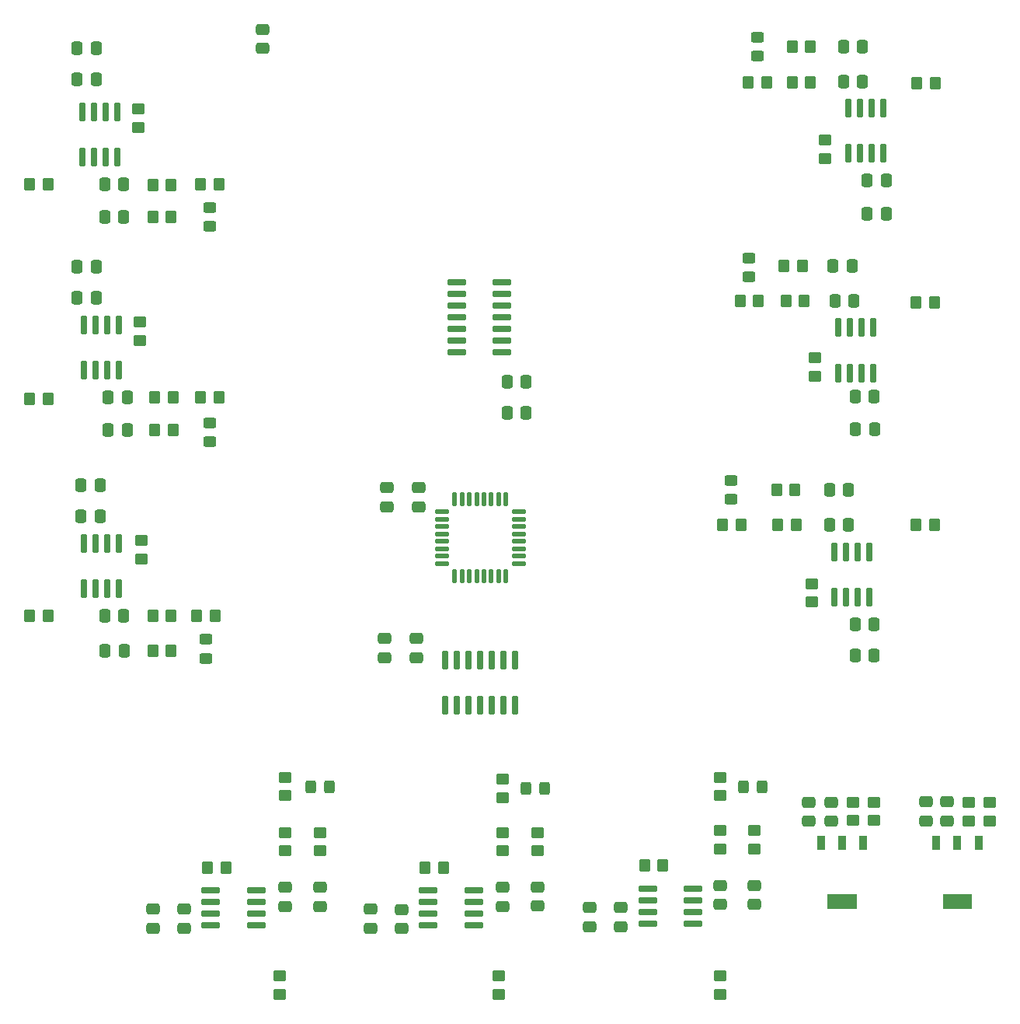
<source format=gbr>
%TF.GenerationSoftware,KiCad,Pcbnew,(6.0.11-0)*%
%TF.CreationDate,2023-11-20T02:45:57-06:00*%
%TF.ProjectId,ECE395_Digital_Target,45434533-3935-45f4-9469-676974616c5f,rev?*%
%TF.SameCoordinates,Original*%
%TF.FileFunction,Paste,Top*%
%TF.FilePolarity,Positive*%
%FSLAX46Y46*%
G04 Gerber Fmt 4.6, Leading zero omitted, Abs format (unit mm)*
G04 Created by KiCad (PCBNEW (6.0.11-0)) date 2023-11-20 02:45:57*
%MOMM*%
%LPD*%
G01*
G04 APERTURE LIST*
G04 Aperture macros list*
%AMRoundRect*
0 Rectangle with rounded corners*
0 $1 Rounding radius*
0 $2 $3 $4 $5 $6 $7 $8 $9 X,Y pos of 4 corners*
0 Add a 4 corners polygon primitive as box body*
4,1,4,$2,$3,$4,$5,$6,$7,$8,$9,$2,$3,0*
0 Add four circle primitives for the rounded corners*
1,1,$1+$1,$2,$3*
1,1,$1+$1,$4,$5*
1,1,$1+$1,$6,$7*
1,1,$1+$1,$8,$9*
0 Add four rect primitives between the rounded corners*
20,1,$1+$1,$2,$3,$4,$5,0*
20,1,$1+$1,$4,$5,$6,$7,0*
20,1,$1+$1,$6,$7,$8,$9,0*
20,1,$1+$1,$8,$9,$2,$3,0*%
G04 Aperture macros list end*
%ADD10RoundRect,0.250000X0.337500X0.475000X-0.337500X0.475000X-0.337500X-0.475000X0.337500X-0.475000X0*%
%ADD11RoundRect,0.250000X0.475000X-0.337500X0.475000X0.337500X-0.475000X0.337500X-0.475000X-0.337500X0*%
%ADD12RoundRect,0.250000X-0.450000X0.325000X-0.450000X-0.325000X0.450000X-0.325000X0.450000X0.325000X0*%
%ADD13RoundRect,0.250000X-0.337500X-0.475000X0.337500X-0.475000X0.337500X0.475000X-0.337500X0.475000X0*%
%ADD14RoundRect,0.042000X0.943000X0.258000X-0.943000X0.258000X-0.943000X-0.258000X0.943000X-0.258000X0*%
%ADD15RoundRect,0.042000X-0.258000X0.943000X-0.258000X-0.943000X0.258000X-0.943000X0.258000X0.943000X0*%
%ADD16RoundRect,0.250000X-0.350000X-0.450000X0.350000X-0.450000X0.350000X0.450000X-0.350000X0.450000X0*%
%ADD17RoundRect,0.090000X-0.895000X-0.210000X0.895000X-0.210000X0.895000X0.210000X-0.895000X0.210000X0*%
%ADD18RoundRect,0.250000X0.450000X-0.350000X0.450000X0.350000X-0.450000X0.350000X-0.450000X-0.350000X0*%
%ADD19RoundRect,0.250000X0.350000X0.450000X-0.350000X0.450000X-0.350000X-0.450000X0.350000X-0.450000X0*%
%ADD20RoundRect,0.250000X-0.450000X0.350000X-0.450000X-0.350000X0.450000X-0.350000X0.450000X0.350000X0*%
%ADD21R,0.914400X1.600200*%
%ADD22RoundRect,0.090000X0.210000X-0.895000X0.210000X0.895000X-0.210000X0.895000X-0.210000X-0.895000X0*%
%ADD23RoundRect,0.250000X0.325000X0.450000X-0.325000X0.450000X-0.325000X-0.450000X0.325000X-0.450000X0*%
%ADD24RoundRect,0.125000X0.625000X0.125000X-0.625000X0.125000X-0.625000X-0.125000X0.625000X-0.125000X0*%
%ADD25RoundRect,0.125000X0.125000X0.625000X-0.125000X0.625000X-0.125000X-0.625000X0.125000X-0.625000X0*%
%ADD26RoundRect,0.250000X-0.475000X0.337500X-0.475000X-0.337500X0.475000X-0.337500X0.475000X0.337500X0*%
%ADD27RoundRect,0.250000X0.450000X-0.325000X0.450000X0.325000X-0.450000X0.325000X-0.450000X-0.325000X0*%
%ADD28RoundRect,0.042000X0.258000X-0.943000X0.258000X0.943000X-0.258000X0.943000X-0.258000X-0.943000X0*%
G04 APERTURE END LIST*
%TO.C,CR2*%
G36*
X162000200Y-131200500D02*
G01*
X158799800Y-131200500D01*
X158799800Y-129600300D01*
X162000200Y-129600300D01*
X162000200Y-131200500D01*
G37*
%TO.C,CR1*%
G36*
X149428700Y-131187800D02*
G01*
X146228300Y-131187800D01*
X146228300Y-129587600D01*
X149428700Y-129587600D01*
X149428700Y-131187800D01*
G37*
%TD*%
D10*
%TO.C,C206*%
X151337500Y-103600000D03*
X149262500Y-103600000D03*
%TD*%
D11*
%TO.C,10uF4*%
X159250000Y-121637500D03*
X159250000Y-119562500D03*
%TD*%
D12*
%TO.C,D6*%
X135700000Y-84575000D03*
X135700000Y-86625000D03*
%TD*%
D13*
%TO.C,C234*%
X147962500Y-41100000D03*
X150037500Y-41100000D03*
%TD*%
D10*
%TO.C,C232*%
X69937500Y-75500000D03*
X67862500Y-75500000D03*
%TD*%
D14*
%TO.C,OP9*%
X131570000Y-132805000D03*
X131570000Y-131535000D03*
X131570000Y-130265000D03*
X131570000Y-128995000D03*
X126630000Y-128995000D03*
X126630000Y-130265000D03*
X126630000Y-131535000D03*
X126630000Y-132805000D03*
%TD*%
D15*
%TO.C,OP4*%
X152305000Y-44030000D03*
X151035000Y-44030000D03*
X149765000Y-44030000D03*
X148495000Y-44030000D03*
X148495000Y-48970000D03*
X149765000Y-48970000D03*
X151035000Y-48970000D03*
X152305000Y-48970000D03*
%TD*%
%TO.C,OP6*%
X150805000Y-92330000D03*
X149535000Y-92330000D03*
X148265000Y-92330000D03*
X146995000Y-92330000D03*
X146995000Y-97270000D03*
X148265000Y-97270000D03*
X149535000Y-97270000D03*
X150805000Y-97270000D03*
%TD*%
D13*
%TO.C,C212*%
X64462500Y-64700000D03*
X66537500Y-64700000D03*
%TD*%
D11*
%TO.C,10uF1*%
X144200000Y-121687500D03*
X144200000Y-119612500D03*
%TD*%
D13*
%TO.C,C235*%
X147062500Y-65000000D03*
X149137500Y-65000000D03*
%TD*%
D16*
%TO.C,R4*%
X137600000Y-41200000D03*
X139600000Y-41200000D03*
%TD*%
D11*
%TO.C,C218*%
X99800000Y-133375000D03*
X99800000Y-131300000D03*
%TD*%
D17*
%TO.C,NOT1*%
X105825000Y-62990000D03*
X105825000Y-64260000D03*
X105825000Y-65530000D03*
X105825000Y-66800000D03*
X105825000Y-68070000D03*
X105825000Y-69340000D03*
X105825000Y-70610000D03*
X110775000Y-70610000D03*
X110775000Y-69340000D03*
X110775000Y-68070000D03*
X110775000Y-66800000D03*
X110775000Y-65530000D03*
X110775000Y-64260000D03*
X110775000Y-62990000D03*
%TD*%
D10*
%TO.C,C205*%
X151375000Y-79000000D03*
X149300000Y-79000000D03*
%TD*%
D18*
%TO.C,R22*%
X71300000Y-69300000D03*
X71300000Y-67300000D03*
%TD*%
D19*
%TO.C,R35*%
X157900000Y-65200000D03*
X155900000Y-65200000D03*
%TD*%
%TO.C,R29*%
X128300000Y-126500000D03*
X126300000Y-126500000D03*
%TD*%
D16*
%TO.C,R11*%
X72700000Y-52380000D03*
X74700000Y-52380000D03*
%TD*%
D10*
%TO.C,C215*%
X151337500Y-75400000D03*
X149262500Y-75400000D03*
%TD*%
%TO.C,C204*%
X152637500Y-55500000D03*
X150562500Y-55500000D03*
%TD*%
D16*
%TO.C,R33*%
X59300000Y-99300000D03*
X61300000Y-99300000D03*
%TD*%
D11*
%TO.C,C241*%
X98000000Y-103837500D03*
X98000000Y-101762500D03*
%TD*%
D18*
%TO.C,R21*%
X71100000Y-46100000D03*
X71100000Y-44100000D03*
%TD*%
D20*
%TO.C,R24*%
X146000000Y-47500000D03*
X146000000Y-49500000D03*
%TD*%
D16*
%TO.C,R5*%
X136700000Y-65000000D03*
X138700000Y-65000000D03*
%TD*%
D20*
%TO.C,R25*%
X144900000Y-71200000D03*
X144900000Y-73200000D03*
%TD*%
D13*
%TO.C,C203*%
X64862500Y-85100000D03*
X66937500Y-85100000D03*
%TD*%
D16*
%TO.C,R13*%
X72700000Y-99300000D03*
X74700000Y-99300000D03*
%TD*%
D14*
%TO.C,OP8*%
X107670000Y-133005000D03*
X107670000Y-131735000D03*
X107670000Y-130465000D03*
X107670000Y-129195000D03*
X102730000Y-129195000D03*
X102730000Y-130465000D03*
X102730000Y-131735000D03*
X102730000Y-133005000D03*
%TD*%
D21*
%TO.C,CR2*%
X162700000Y-123999600D03*
X160400000Y-123999600D03*
X158100000Y-123999600D03*
%TD*%
D13*
%TO.C,C225*%
X146825000Y-61200000D03*
X148900000Y-61200000D03*
%TD*%
D10*
%TO.C,C214*%
X152637500Y-51900000D03*
X150562500Y-51900000D03*
%TD*%
%TO.C,C233*%
X69537500Y-99300000D03*
X67462500Y-99300000D03*
%TD*%
D20*
%TO.C,R101*%
X161600000Y-119650000D03*
X161600000Y-121650000D03*
%TD*%
D11*
%TO.C,C217*%
X76100000Y-133337500D03*
X76100000Y-131262500D03*
%TD*%
%TO.C,C208*%
X96400000Y-133337500D03*
X96400000Y-131262500D03*
%TD*%
D13*
%TO.C,C211*%
X64462500Y-40900000D03*
X66537500Y-40900000D03*
%TD*%
D18*
%TO.C,R9*%
X134500000Y-118900000D03*
X134500000Y-116900000D03*
%TD*%
D13*
%TO.C,C224*%
X147962500Y-37300000D03*
X150037500Y-37300000D03*
%TD*%
D18*
%TO.C,R49*%
X138300000Y-124700000D03*
X138300000Y-122700000D03*
%TD*%
D13*
%TO.C,C202*%
X64462500Y-61300000D03*
X66537500Y-61300000D03*
%TD*%
D21*
%TO.C,CR1*%
X150128500Y-123986900D03*
X147828500Y-123986900D03*
X145528500Y-123986900D03*
%TD*%
D13*
%TO.C,C236*%
X146462500Y-89400000D03*
X148537500Y-89400000D03*
%TD*%
D11*
%TO.C,C207*%
X72700000Y-133337500D03*
X72700000Y-131262500D03*
%TD*%
D16*
%TO.C,R42*%
X72900000Y-79100000D03*
X74900000Y-79100000D03*
%TD*%
D18*
%TO.C,R18*%
X110800000Y-124900000D03*
X110800000Y-122900000D03*
%TD*%
D11*
%TO.C,C300*%
X84700000Y-37537500D03*
X84700000Y-35462500D03*
%TD*%
D19*
%TO.C,R27*%
X80700000Y-126700000D03*
X78700000Y-126700000D03*
%TD*%
D12*
%TO.C,D5*%
X137700000Y-60375000D03*
X137700000Y-62425000D03*
%TD*%
D10*
%TO.C,C223*%
X69575000Y-103100000D03*
X67500000Y-103100000D03*
%TD*%
D22*
%TO.C,NOT2*%
X104590000Y-109075000D03*
X105860000Y-109075000D03*
X107130000Y-109075000D03*
X108400000Y-109075000D03*
X109670000Y-109075000D03*
X110940000Y-109075000D03*
X112210000Y-109075000D03*
X112210000Y-104125000D03*
X110940000Y-104125000D03*
X109670000Y-104125000D03*
X108400000Y-104125000D03*
X107130000Y-104125000D03*
X105860000Y-104125000D03*
X104590000Y-104125000D03*
%TD*%
D10*
%TO.C,C216*%
X151337500Y-100200000D03*
X149262500Y-100200000D03*
%TD*%
D16*
%TO.C,R6*%
X134800000Y-89400000D03*
X136800000Y-89400000D03*
%TD*%
D13*
%TO.C,C213*%
X64862500Y-88500000D03*
X66937500Y-88500000D03*
%TD*%
%TO.C,C226*%
X146462500Y-85600000D03*
X148537500Y-85600000D03*
%TD*%
D10*
%TO.C,C221*%
X69537500Y-55900000D03*
X67462500Y-55900000D03*
%TD*%
D19*
%TO.C,R46*%
X142700000Y-85600000D03*
X140700000Y-85600000D03*
%TD*%
D18*
%TO.C,R7*%
X87100000Y-118900000D03*
X87100000Y-116900000D03*
%TD*%
D12*
%TO.C,D4*%
X138600000Y-36275000D03*
X138600000Y-38325000D03*
%TD*%
D14*
%TO.C,OP7*%
X83970000Y-133005000D03*
X83970000Y-131735000D03*
X83970000Y-130465000D03*
X83970000Y-129195000D03*
X79030000Y-129195000D03*
X79030000Y-130465000D03*
X79030000Y-131735000D03*
X79030000Y-133005000D03*
%TD*%
D16*
%TO.C,R43*%
X72700000Y-103100000D03*
X74700000Y-103100000D03*
%TD*%
%TO.C,R14*%
X142400000Y-41200000D03*
X144400000Y-41200000D03*
%TD*%
D23*
%TO.C,D7*%
X91950000Y-117900000D03*
X89900000Y-117900000D03*
%TD*%
D16*
%TO.C,R31*%
X59300000Y-52300000D03*
X61300000Y-52300000D03*
%TD*%
D18*
%TO.C,R48*%
X114600000Y-124900000D03*
X114600000Y-122900000D03*
%TD*%
D24*
%TO.C,U1*%
X112575000Y-93600000D03*
X112575000Y-92800000D03*
X112575000Y-92000000D03*
X112575000Y-91200000D03*
X112575000Y-90400000D03*
X112575000Y-89600000D03*
X112575000Y-88800000D03*
X112575000Y-88000000D03*
D25*
X111200000Y-86625000D03*
X110400000Y-86625000D03*
X109600000Y-86625000D03*
X108800000Y-86625000D03*
X108000000Y-86625000D03*
X107200000Y-86625000D03*
X106400000Y-86625000D03*
X105600000Y-86625000D03*
D24*
X104225000Y-88000000D03*
X104225000Y-88800000D03*
X104225000Y-89600000D03*
X104225000Y-90400000D03*
X104225000Y-91200000D03*
X104225000Y-92000000D03*
X104225000Y-92800000D03*
X104225000Y-93600000D03*
D25*
X105600000Y-94975000D03*
X106400000Y-94975000D03*
X107200000Y-94975000D03*
X108000000Y-94975000D03*
X108800000Y-94975000D03*
X109600000Y-94975000D03*
X110400000Y-94975000D03*
X111200000Y-94975000D03*
%TD*%
D26*
%TO.C,C229*%
X138300000Y-128662500D03*
X138300000Y-130737500D03*
%TD*%
D13*
%TO.C,C250*%
X111325000Y-77200000D03*
X113400000Y-77200000D03*
%TD*%
D11*
%TO.C,C219*%
X123700000Y-133137500D03*
X123700000Y-131062500D03*
%TD*%
D18*
%TO.C,R39*%
X134500000Y-140500000D03*
X134500000Y-138500000D03*
%TD*%
D16*
%TO.C,R16*%
X140800000Y-89400000D03*
X142800000Y-89400000D03*
%TD*%
D13*
%TO.C,C201*%
X64462500Y-37500000D03*
X66537500Y-37500000D03*
%TD*%
D26*
%TO.C,C242*%
X98200000Y-85362500D03*
X98200000Y-87437500D03*
%TD*%
%TO.C,C237*%
X87100000Y-128862500D03*
X87100000Y-130937500D03*
%TD*%
D23*
%TO.C,D9*%
X139125000Y-117900000D03*
X137075000Y-117900000D03*
%TD*%
D16*
%TO.C,R12*%
X72900000Y-75500000D03*
X74900000Y-75500000D03*
%TD*%
%TO.C,R2*%
X77900000Y-75500000D03*
X79900000Y-75500000D03*
%TD*%
D11*
%TO.C,10uF2*%
X156950000Y-121637500D03*
X156950000Y-119562500D03*
%TD*%
D18*
%TO.C,R23*%
X71500000Y-93100000D03*
X71500000Y-91100000D03*
%TD*%
D16*
%TO.C,R1*%
X77900000Y-52300000D03*
X79900000Y-52300000D03*
%TD*%
D18*
%TO.C,R17*%
X87100000Y-124900000D03*
X87100000Y-122900000D03*
%TD*%
D16*
%TO.C,R41*%
X72700000Y-55900000D03*
X74700000Y-55900000D03*
%TD*%
D27*
%TO.C,D2*%
X78900000Y-80325000D03*
X78900000Y-78275000D03*
%TD*%
D26*
%TO.C,C238*%
X110800000Y-128862500D03*
X110800000Y-130937500D03*
%TD*%
D11*
%TO.C,C251*%
X101400000Y-103837500D03*
X101400000Y-101762500D03*
%TD*%
D16*
%TO.C,R3*%
X77500000Y-99300000D03*
X79500000Y-99300000D03*
%TD*%
D10*
%TO.C,C222*%
X69937500Y-79100000D03*
X67862500Y-79100000D03*
%TD*%
D11*
%TO.C,10uF3*%
X146650000Y-121687500D03*
X146650000Y-119612500D03*
%TD*%
D18*
%TO.C,R47*%
X90900000Y-124900000D03*
X90900000Y-122900000D03*
%TD*%
D19*
%TO.C,R44*%
X144400000Y-37300000D03*
X142400000Y-37300000D03*
%TD*%
D28*
%TO.C,OP2*%
X65195000Y-72570000D03*
X66465000Y-72570000D03*
X67735000Y-72570000D03*
X69005000Y-72570000D03*
X69005000Y-67630000D03*
X67735000Y-67630000D03*
X66465000Y-67630000D03*
X65195000Y-67630000D03*
%TD*%
D16*
%TO.C,R32*%
X59300000Y-75700000D03*
X61300000Y-75700000D03*
%TD*%
D26*
%TO.C,C239*%
X134500000Y-128662500D03*
X134500000Y-130737500D03*
%TD*%
D18*
%TO.C,R37*%
X86500000Y-140500000D03*
X86500000Y-138500000D03*
%TD*%
D11*
%TO.C,C209*%
X120300000Y-133137500D03*
X120300000Y-131062500D03*
%TD*%
D26*
%TO.C,C228*%
X114600000Y-128825000D03*
X114600000Y-130900000D03*
%TD*%
D18*
%TO.C,R19*%
X134500000Y-124700000D03*
X134500000Y-122700000D03*
%TD*%
D26*
%TO.C,C252*%
X101725000Y-85362500D03*
X101725000Y-87437500D03*
%TD*%
%TO.C,C227*%
X90900000Y-128862500D03*
X90900000Y-130937500D03*
%TD*%
D18*
%TO.C,R8*%
X110800000Y-119100000D03*
X110800000Y-117100000D03*
%TD*%
D16*
%TO.C,R15*%
X141700000Y-65000000D03*
X143700000Y-65000000D03*
%TD*%
D23*
%TO.C,D8*%
X115425000Y-118100000D03*
X113375000Y-118100000D03*
%TD*%
D20*
%TO.C,R100*%
X149000000Y-119600000D03*
X149000000Y-121600000D03*
%TD*%
D27*
%TO.C,D3*%
X78500000Y-103925000D03*
X78500000Y-101875000D03*
%TD*%
D28*
%TO.C,OP1*%
X64995000Y-49370000D03*
X66265000Y-49370000D03*
X67535000Y-49370000D03*
X68805000Y-49370000D03*
X68805000Y-44430000D03*
X67535000Y-44430000D03*
X66265000Y-44430000D03*
X64995000Y-44430000D03*
%TD*%
D19*
%TO.C,R36*%
X157900000Y-89400000D03*
X155900000Y-89400000D03*
%TD*%
D10*
%TO.C,C231*%
X69537500Y-52300000D03*
X67462500Y-52300000D03*
%TD*%
D19*
%TO.C,R28*%
X104400000Y-126700000D03*
X102400000Y-126700000D03*
%TD*%
D20*
%TO.C,R26*%
X144500000Y-95800000D03*
X144500000Y-97800000D03*
%TD*%
D13*
%TO.C,C240*%
X111325000Y-73800000D03*
X113400000Y-73800000D03*
%TD*%
D15*
%TO.C,OP5*%
X151205000Y-67930000D03*
X149935000Y-67930000D03*
X148665000Y-67930000D03*
X147395000Y-67930000D03*
X147395000Y-72870000D03*
X148665000Y-72870000D03*
X149935000Y-72870000D03*
X151205000Y-72870000D03*
%TD*%
D18*
%TO.C,R38*%
X110400000Y-140500000D03*
X110400000Y-138500000D03*
%TD*%
D19*
%TO.C,R45*%
X143500000Y-61200000D03*
X141500000Y-61200000D03*
%TD*%
D27*
%TO.C,D1*%
X78900000Y-56925000D03*
X78900000Y-54875000D03*
%TD*%
D18*
%TO.C,R103*%
X163900000Y-121650000D03*
X163900000Y-119650000D03*
%TD*%
%TO.C,R102*%
X151300000Y-121600000D03*
X151300000Y-119600000D03*
%TD*%
D19*
%TO.C,R34*%
X158000000Y-41300000D03*
X156000000Y-41300000D03*
%TD*%
D28*
%TO.C,OP3*%
X65195000Y-96370000D03*
X66465000Y-96370000D03*
X67735000Y-96370000D03*
X69005000Y-96370000D03*
X69005000Y-91430000D03*
X67735000Y-91430000D03*
X66465000Y-91430000D03*
X65195000Y-91430000D03*
%TD*%
M02*

</source>
